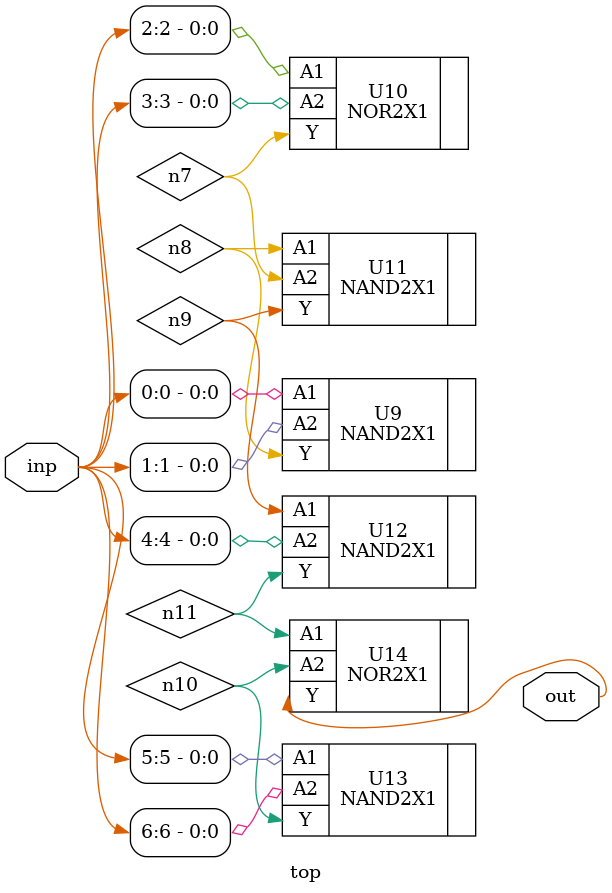
<source format=sv>


module top ( inp, out );
  input [6:0] inp;
  output out;
  wire   n7, n8, n9, n10, n11;

  NAND2X1 U9 ( .A1(inp[0]), .A2(inp[1]), .Y(n8) );
  NOR2X1 U10 ( .A1(inp[2]), .A2(inp[3]), .Y(n7) );
  NAND2X1 U11 ( .A1(n8), .A2(n7), .Y(n9) );
  NAND2X1 U12 ( .A1(n9), .A2(inp[4]), .Y(n11) );
  NAND2X1 U13 ( .A1(inp[5]), .A2(inp[6]), .Y(n10) );
  NOR2X1 U14 ( .A1(n11), .A2(n10), .Y(out) );
endmodule


</source>
